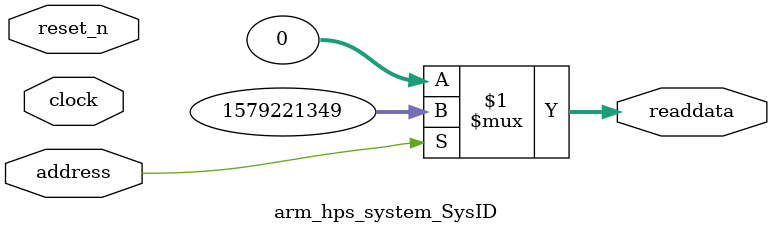
<source format=v>



// synthesis translate_off
`timescale 1ns / 1ps
// synthesis translate_on

// turn off superfluous verilog processor warnings 
// altera message_level Level1 
// altera message_off 10034 10035 10036 10037 10230 10240 10030 

module arm_hps_system_SysID (
               // inputs:
                address,
                clock,
                reset_n,

               // outputs:
                readdata
             )
;

  output  [ 31: 0] readdata;
  input            address;
  input            clock;
  input            reset_n;

  wire    [ 31: 0] readdata;
  //control_slave, which is an e_avalon_slave
  assign readdata = address ? 1579221349 : 0;

endmodule



</source>
